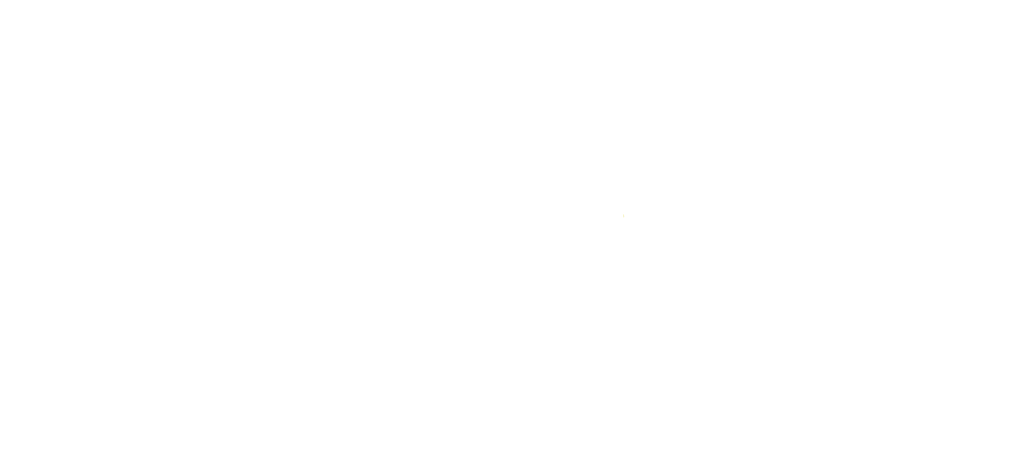
<source format=kicad_pcb>
(kicad_pcb (version 20240108) (generator pcbnew)
  (layers (0 "F.Cu" signal) (31 "B.Cu" signal) (34 "B.Paste" user) (35 "F.Paste" user) (36 "B.SilkS" user "B.Silkscreen") (37 "F.SilkS" user "F.Silkscreen") (38 "B.Mask" user) (39 "F.Mask" user) (44 "Edge.Cuts" user))
  (net 0 "")
  (footprint "MountingHole_5.3mm_M5" (layer "F.Cu") (at 0 0)
    (property "Reference" "REF**")
    (property "Value" "MountingHole_5.3mm_M5")
    (pad "" np_thru_hole circle (at 0 0) (size 5.3 5.3) (drill 5.3) (layers *.Cu *.Mask))
  )
)
</source>
